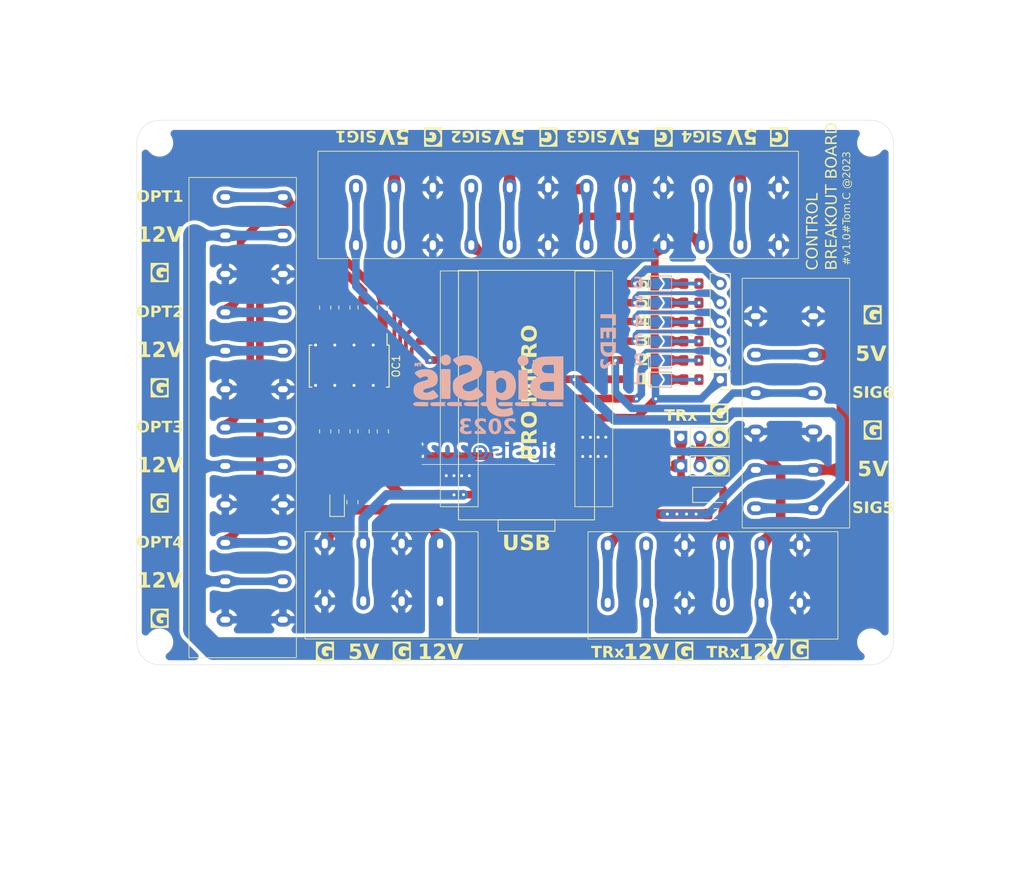
<source format=kicad_pcb>
(kicad_pcb (version 20221018) (generator pcbnew)
  (title_block (date "2023-10-11"))
  (layers (0 "F.Cu" signal) (31 "B.Cu" signal) (34 "B.Paste" user) (35 "F.Paste" user) (36 "B.SilkS" user "B.Silkscreen") (37 "F.SilkS" user "F.Silkscreen") (38 "B.Mask" user) (39 "F.Mask" user) (44 "Edge.Cuts" user))
  (net 0 "")
  (net 1 "/TRx")
  (net 2 "+12V")
  (net 3 "GND")
  (net 4 "/SPARE_IO1")
  (net 5 "/SPARE_IO2")
  (net 6 "/SPARE_IO3")
  (net 7 "/SPARE_IO4")
  (net 8 "/SPARE_IO5")
  (net 9 "/SPARE_IO6")
  (net 10 "/uC_Tx")
  (net 11 "Net-(D2-A)")
  (net 12 "Net-(D3-A)")
  (net 13 "Net-(D4-A)")
  (net 14 "Net-(D5-A)")
  (net 15 "Net-(D6-A)")
  (net 16 "Net-(D7-A)")
  (net 17 "Net-(D8-A)")
  (net 18 "/SIG_IN1")
  (net 19 "+5V")
  (net 20 "/SIG_IN2")
  (net 21 "/SIG_IN3")
  (net 22 "/SIG_IN4")
  (net 23 "/SIG_IN5")
  (net 24 "/SIG_IN6")
  (net 25 "/OPTO_IN1")
  (net 26 "/OPTO_IN2")
  (net 27 "/OPTO_IN3")
  (net 28 "/OPTO_IN4")
  (net 29 "Net-(JP1-B)")
  (net 30 "Net-(JP2-B)")
  (net 31 "Net-(JP3-B)")
  (net 32 "Net-(JP4-B)")
  (net 33 "Net-(JP5-B)")
  (net 34 "Net-(JP6-B)")
  (net 35 "Net-(OC1-Pad1)")
  (net 36 "Net-(OC1-Pad3)")
  (net 37 "Net-(OC1-Pad5)")
  (net 38 "Net-(OC1-Pad7)")
  (net 39 "/OPTO_OUT4")
  (net 40 "/OPTO_OUT3")
  (net 41 "/OPTO_OUT2")
  (net 42 "/OPTO_OUT1")
  (net 43 "unconnected-(U1B-VCC-Pad21)")
  (net 44 "unconnected-(U1B-RST-Pad22)")
  (footprint "Resistor_SMD:R_0805_2012Metric_Pad1.20x1.40mm_HandSolder" (layer "F.Cu") (at 74.892 91.132 90)
    (fp_text reference "R5" hide)
    (fp_text value "10k")
  )
  (footprint "LED_SMD:LED_0805_2012Metric_Pad1.15x1.40mm_HandSolder" (layer "F.Cu") (at 119.483 84.29)
    (fp_text reference "D2" hide)
    (fp_text value "red")
  )
  (footprint "Libraries:DB142R-5.08-12P" (layer "F.Cu") (at 56.884 57.56 90)
    (fp_text reference "J6" hide)
    (fp_text value "Conn_01x12")
  )
  (footprint "Resistor_SMD:R_0805_2012Metric_Pad1.20x1.40mm_HandSolder" (layer "F.Cu") (at 79.972 91.132 90)
    (fp_text reference "R3" hide)
    (fp_text value "10k")
  )
  (footprint "Resistor_SMD:R_0805_2012Metric_Pad1.20x1.40mm_HandSolder" (layer "F.Cu") (at 123.286 79.21 180)
    (fp_text reference "R12" hide)
    (fp_text value "1k")
  )
  (footprint "LED_SMD:LED_0805_2012Metric_Pad1.15x1.40mm_HandSolder" (layer "F.Cu") (at 119.483 81.75)
    (fp_text reference "D3" hide)
    (fp_text value "red")
  )
  (footprint "LED_SMD:LED_0805_2012Metric_Pad1.15x1.40mm_HandSolder" (layer "F.Cu") (at 119.483 74.13)
    (fp_text reference "D6" hide)
    (fp_text value "red")
  )
  (footprint "Resistor_SMD:R_0805_2012Metric_Pad1.20x1.40mm_HandSolder" (layer "F.Cu") (at 77.432 91.132 90)
    (fp_text reference "R4" hide)
    (fp_text value "10k")
  )
  (footprint "Diode_SMD:D_SOD-123" (layer "F.Cu") (at 125.82 99.53)
    (fp_text reference "D1" hide)
    (fp_text value "1N4148")
  )
  (footprint "Resistor_SMD:R_0805_2012Metric_Pad1.20x1.40mm_HandSolder" (layer "F.Cu") (at 82.512 91.132 90)
    (fp_text reference "R2" hide)
    (fp_text value "10k")
  )
  (footprint "Resistor_SMD:R_0805_2012Metric_Pad1.20x1.40mm_HandSolder" (layer "F.Cu") (at 123.286 71.59 180)
    (fp_text reference "R15" hide)
    (fp_text value "1k")
  )
  (footprint "Libraries:ProMirco-2x12-Header-A" (layer "F.Cu") (at 101.5 99.4792 180)
    (fp_text reference "U2" hide)
    (fp_text value "ProMicro")
  )
  (footprint "Resistor_SMD:R_0805_2012Metric_Pad1.20x1.40mm_HandSolder" (layer "F.Cu") (at 82.512 74.765 -90)
    (fp_text reference "R6" hide)
    (fp_text value "120")
  )
  (footprint "Libraries:DB142R-5.08-4P" (layer "F.Cu") (at 72.24 118.588 180)
    (fp_text reference "J17" hide)
    (fp_text value "Conn_01x04" hide)
  )
  (footprint "MountingHole:MountingHole_3.2mm_M3_ISO7380" (layer "F.Cu") (at 53 119)
    (fp_text reference "H3" hide)
    (fp_text value "MountingHole")
  )
  (footprint "LED_SMD:LED_0805_2012Metric_Pad1.15x1.40mm_HandSolder" (layer "F.Cu") (at 119.483 76.67)
    (fp_text reference "D5" hide)
    (fp_text value "red")
  )
  (footprint "LED_SMD:LED_0805_2012Metric_Pad1.15x1.40mm_HandSolder" (layer "F.Cu") (at 119.483 79.21)
    (fp_text reference "D4" hide)
    (fp_text value "red")
  )
  (footprint "LED_SMD:LED_0805_2012Metric_Pad1.15x1.40mm_HandSolder" (layer "F.Cu") (at 119.483 71.59)
    (fp_text reference "D7" hide)
    (fp_text value "red")
  )
  (footprint "Resistor_SMD:R_0805_2012Metric_Pad1.20x1.40mm_HandSolder" (layer "F.Cu") (at 79.972 74.765 -90)
    (fp_text reference "R7" hide)
    (fp_text value "120")
  )
  (footprint "MountingHole:MountingHole_3.2mm_M3_ISO7380" (layer "F.Cu") (at 147 53)
    (fp_text reference "H2" hide)
    (fp_text value "MountingHole")
  )
  (footprint "Resistor_SMD:R_0805_2012Metric_Pad1.20x1.40mm_HandSolder" (layer "F.Cu") (at 126.472 102.07)
    (fp_text reference "R1" hide)
    (fp_text value "4k7")
  )
  (footprint "MountingHole:MountingHole_3.2mm_M3_ISO7380" (layer "F.Cu") (at 53 53)
    (fp_text reference "H1" hide)
    (fp_text value "MountingHole")
  )
  (footprint "Resistor_SMD:R_0805_2012Metric_Pad1.20x1.40mm_HandSolder" (layer "F.Cu") (at 77.432 74.765 -90)
    (fp_text reference "R8" hide)
    (fp_text value "120")
  )
  (footprint "Resistor_SMD:R_0805_2012Metric_Pad1.20x1.40mm_HandSolder" (layer "F.Cu") (at 123.286 74.13 180)
    (fp_text reference "R14" hide)
    (fp_text value "1k")
  )
  (footprint "Connector_PinSocket_2.54mm:PinSocket_1x03_P2.54mm_Vertical" (layer "F.Cu") (at 121.882 91.91 90)
    (fp_text reference "J4" hide)
    (fp_text value "Conn_01x03_Pin")
  )
  (footprint "Resistor_SMD:R_0805_2012Metric_Pad1.20x1.40mm_HandSolder" (layer "F.Cu") (at 78.5 100.5 90)
    (fp_text reference "R16" hide)
    (fp_text value "3k3")
  )
  (footprint "Libraries:DB142R-5.08-12P" (layer "F.Cu") (at 137.436 54.09)
    (fp_text reference "J2" hide)
    (fp_text value "Conn_01x12")
  )
  (footprint "Libraries:DB142R-5.08-6P" (layer "F.Cu") (at 144.208 103.908 -90)
    (fp_text reference "J5" hide)
    (fp_text value "Conn_01x06")
  )
  (footprint "Resistor_SMD:R_0805_2012Metric_Pad1.20x1.40mm_HandSolder" (layer "F.Cu") (at 123.286 84.29 180)
    (fp_text reference "R10" hide)
    (fp_text value "1k")
  )
  (footprint "Connector_PinHeader_2.54mm:PinHeader_1x06_P2.54mm_Vertical" (layer "F.Cu") (at 127.11 84.29 180)
    (fp_text reference "J23" hide)
    (fp_text value "Conn_01x06_Socket")
  )
  (footprint "MountingHole:MountingHole_3.2mm_M3_ISO7380" (layer "F.Cu") (at 147 119)
    (fp_text reference "H4" hide)
    (fp_text value "MountingHole")
  )
  (footprint "Resistor_SMD:R_0805_2012Metric_Pad1.20x1.40mm_HandSolder" (layer "F.Cu") (at 123.286 76.67 180)
    (fp_text reference "R13" hide)
    (fp_text value "1k")
  )
  (footprint "Libraries:ProMicro-2x12-Header-B" (layer "F.Cu") (at 101.5 99.4792 180)
    (fp_text reference "U1" hide)
    (fp_text value "ProMicro")
  )
  (footprint "Package_SO:SOIC-16W_5.3x10.2mm_P1.27mm" (layer "F.Cu") (at 78.067 82.506 -90)
    (fp_text reference "OC1")
    (fp_text value "TLP293-4")
  )
  (footprint "Resistor_SMD:R_0805_2012Metric_Pad1.20x1.40mm_HandSolder" (layer "F.Cu") (at 123.286 81.75 180)
    (fp_text reference "R11" hide)
    (fp_text value "1k")
  )
  (footprint "Libraries:DB142R-5.08-6P" (layer "F.Cu") (at 109.629293 118.602707 180)
    (fp_text reference "J1" hide)
    (fp_text value "Conn_01x06")
  )
  (footprint "Resistor_SMD:R_0805_2012Metric_Pad1.20x1.40mm_HandSolder" (layer "F.Cu") (at 74.892 74.765 -90)
    (fp_text reference "R9" hide)
    (fp_text value "120")
  )
  (footprint "LED_SMD:LED_0805_2012Metric_Pad1.15x1.40mm_HandSolder" (layer "F.Cu") (at 76.468 100.525 90)
    (fp_text reference "D8" hide)
    (fp_text value "green")
  )
  (footprint "Connector_PinSocket_2.54mm:PinSocket_1x03_P2.54mm_Vertical" (layer "F.Cu") (at 121.882 95.6946 90)
    (fp_text reference "J3" hide)
    (fp_text value "Conn_01x03_Pin")
  )
  (footprint "Jumper:SolderJumper-2_P1.3mm_Open_TrianglePad1.0x1.5mm" (layer "B.Cu") (at 119.275 76.67)
    (fp_text reference "JP4" hide)
    (fp_text value "SolderJumper_2_Open")
  )
  (footprint "Jumper:SolderJumper-2_P1.3mm_Open_TrianglePad1.0x1.5mm" (layer "B.Cu") (at 119.275 79.21)
    (fp_text reference "JP3" hide)
    (fp_text value "SolderJumper_2_Open")
  )
  (footprint "Jumper:SolderJumper-2_P1.3mm_Open_TrianglePad1.0x1.5mm" (layer "B.Cu") (at 119.275 81.75)
    (fp_text reference "JP2" hide)
    (fp_text value "SolderJumper_2_Open")
  )
  (footprint "Jumper:SolderJumper-2_P1.3mm_Open_TrianglePad1.0x1.5mm" (layer "B.Cu") (at 119.275 71.59)
    (fp_text reference "JP6" hide)
    (fp_text value "SolderJumper_2_Open")
  )
  (footprint "Jumper:SolderJumper-2_P1.3mm_Open_TrianglePad1.0x1.5mm" (layer "B.Cu") (at 119.275 74.13)
    (fp_text reference "JP5" hide)
    (fp_text value "SolderJumper_2_Open")
  )
  (footprint "LOGO" (layer "B.Cu") (at 96.482 85.052 180)
    (fp_text reference "G***" hide)
    (fp_text value "LOGO" hide)
  )
  (footprint "Jumper:SolderJumper-2_P1.3mm_Open_TrianglePad1.0x1.5mm" (layer "B.Cu") (at 119.275 84.29)
    (fp_text reference "JP1" hide)
    (fp_text value "SolderJumper_2_Open")
  )
  (gr_circle (center 126.962 91.91) (end 128.039631 91.91) (stroke (width 0.4)) (fill none) (layer "F.SilkS"))
  (gr_circle (center 126.962 95.6946) (end 128.039631 95.6946) (stroke (width 0.4)) (fill none) (layer "F.SilkS"))
  (gr_line (start 50 53) (end 50 119) (stroke (width 0.05)) (layer "Edge.Cuts"))
  (gr_line (start 150 53) (end 150 119) (stroke (width 0.05)) (layer "Edge.Cuts"))
  (gr_arc (start 147 50) (mid 149.12132 50.87868) (end 150 53) (stroke (width 0.05)) (layer "Edge.Cuts"))
  (gr_arc (start 50 53) (mid 50.87868 50.87868) (end 53 50) (stroke (width 0.05)) (layer "Edge.Cuts"))
  (gr_arc (start 150 119) (mid 149.12132 121.12132) (end 147 122) (stroke (width 0.05)) (layer "Edge.Cuts"))
  (gr_line (start 53 122) (end 147 122) (stroke (width 0.05)) (layer "Edge.Cuts"))
  (gr_arc (start 53 122) (mid 50.87868 121.12132) (end 50 119) (stroke (width 0.05)) (layer "Edge.Cuts"))
  (gr_line (start 147 50) (end 53 50) (stroke (width 0.05)) (layer "Edge.Cuts"))
  (gr_text "BigSis@2023" (at 96.355 93.815) (layer "B.Cu" knockout) (effects (font (size 2 2) (thickness 0.3) bold) (justify mirror)))
  (gr_text "2" (at 116.294 81.75) (layer "B.SilkS") (effects (font (size 1.5 1.5) (thickness 0.375) bold) (justify mirror)))
  (gr_text "LED?" (at 112.484 79.21 90) (layer "B.SilkS") (effects (font (size 2 2) (thickness 0.4) bold) (justify mirror)))
  (gr_text "6" (at 116.294 71.59) (layer "B.SilkS") (effects (font (size 1.5 1.5) (thickness 0.375) bold) (justify mirror)))
  (gr_text "3" (at 116.294 79.21) (layer "B.SilkS") (effects (font (size 1.5 1.5) (thickness 0.375) bold) (justify mirror)))
  (gr_text "4" (at 116.294 76.67) (layer "B.SilkS") (effects (font (size 1.5 1.5) (thickness 0.375) bold) (justify mirror)))
  (gr_text "2023" (at 96.355 90.64) (layer "B.SilkS") (effects (font (size 2 2) (thickness 0.4) bold) (justify mirror)))
  (gr_text "1" (at 116.294 84.29) (layer "B.SilkS") (effects (font (size 1.5 1.5) (thickness 0.375) bold) (justify mirror)))
  (gr_text "5" (at 116.294 74.13) (layer "B.SilkS") (effects (font (size 1.5 1.5) (thickness 0.375) bold) (justify mirror)))
  (gr_text "12V" (at 53.048 80.48) (layer "F.SilkS") (effects (font (size 2 2) (thickness 0.4) bold)))
  (gr_text "2" (at 116.929 81.75) (layer "F.SilkS") (effects (font (size 1.5 1.5) (thickness 0.375) bold)))
  (gr_text "G" (at 122.39 120.406) (layer "F.SilkS" knockout) (effects (font (size 2 2) (thickness 0.4) bold)))
  (gr_text "SIG3" (at 109.436 52.032 180) (layer "F.SilkS") (effects (font (size 1.5 1.5) (thickness 0.375) bold)))
  (gr_text "12V" (at 90.132 120.406) (layer "F.SilkS") (effects (font (size 2 2) (thickness 0.4) bold)))
  (gr_text "G" (at 74.892 120.406) (layer "F.SilkS" knockout) (effects (font (size 2 2) (thickness 0.4) bold)))
  (gr_text "G" (at 137.63 120.152) (layer "F.SilkS" knockout) (effects (font (size 2 2) (thickness 0.4) bold)))
  (gr_text "5V" (at 147.028 80.988) (layer "F.SilkS") (effects (font (size 2 2) (thickness 0.4) bold)))
  (gr_text "G" (at 53.048 100.8) (layer "F.SilkS" knockout) (effects (font (size 2 2) (thickness 0.4) bold)))
  (gr_text "12V" (at 53.048 110.96) (layer "F.SilkS") (effects (font (size 2 2) (thickness 0.4) bold)))
  (gr_text "#v1.0#Tom.C @2023" (at 143.853 69.177 90) (layer "F.SilkS") (effects (font (size 1 1) (thickness 0.1)) (justify left)))
  (gr_text "1" (at 116.929 84.29) (layer "F.SilkS") (effects (font (size 1.5 1.5) (thickness 0.375) bold)))
  (gr_text "5V" (at 99.276 52.032 180) (layer "F.SilkS") (effects (font (size 2 2) (thickness 0.4) bold)))
  (gr_text "OPT3" (at 53.048 90.64) (layer "F.SilkS") (effects (font (size 1.5 1.5) (thickness 0.375) bold)))
  (gr_text "G" (at 85.052 120.406) (layer "F.SilkS" knockout) (effects (font (size 2 2) (thickness 0.4) bold)))
  (gr_text "USB" (at 101.5 106) (layer "F.SilkS") (effects (font (size 2 2) (thickness 0.4) bold)))
  (gr_text "PRO MICRO" (at 102 86 90) (layer "F.SilkS") (effects (font (size 2 2) (thickness 0.4) bold)))
  (gr_text "G" (at 89.116 52.032 180) (layer "F.SilkS" knockout) (effects (font (size 2 2) (thickness 0.4) bold)))
  (gr_text "12V" (at 53.048 95.72) (layer "F.SilkS") (effects (font (size 2 2) (thickness 0.4) bold)))
  (gr_text "TRx" (at 127.47 120.406) (layer "F.SilkS") (effects (font (size 1.5 1.5) (thickness 0.375) bold)))
  (gr_text "G" (at 147.282 75.908) (layer "F.SilkS" knockout) (effects (font (size 2 2) (thickness 0.4) bold)))
  (gr_text "5V" (at 147.282 96.228) (layer "F.SilkS") (effects (font (size 2 2) (thickness 0.4) bold)))
  (gr_text "4" (at 116.929 76.67) (layer "F.SilkS") (effects (font (size 1.5 1.5) (thickness 0.375) bold)))
  (gr_text "5V" (at 130.01 52.032 180) (layer "F.SilkS") (effects (font (size 2 2) (thickness 0.4) bold)))
  (gr_text "5V" (at 114.516 52.032 180) (layer "F.SilkS") (effects (font (size 2 2) (thickness 0.4) bold)))
  (gr_text "SIG1" (at 78.956 52.032 180) (layer "F.SilkS") (effects (font (size 1.5 1.5) (thickness 0.375) bold)))
  (gr_text "G" (at 134.836 52.032 180) (layer "F.SilkS" knockout) (effects (font (size 2 2) (thickness 0.4) bold)))
  (gr_text "TRx" (at 121.882 89.116) (layer "F.SilkS") (effects (font (size 1.5 1.5) (thickness 0.375) bold)))
  (gr_text "5V" (at 79.972 120.406) (layer "F.SilkS") (effects (font (size 2 2) (thickness 0.4) bold)))
  (gr_text "TRx" (at 112.23 120.406) (layer "F.SilkS") (effects (font (size 1.5 1.5) (thickness 0.375) bold)))
  (gr_text "SIG6" (at 147.282 86.068) (layer "F.SilkS") (effects (font (size 1.5 1.5) (thickness 0.375) bold)))
  (gr_text "G" (at 53.048 85.56) (layer "F.SilkS" knockout) (effects (font (size 2 2) (thickness 0.4) bold)))
  (gr_text "6" (at 116.929 71.59) (layer "F.SilkS") (effects (font (size 1.5 1.5) (thickness 0.375) bold)))
  (gr_text "G" (at 53.048 70.32) (layer "F.SilkS" knockout) (effects (font (size 2 2) (thickness 0.4) bold)))
  (gr_text "CONTROL \nBREAKOUT BOARD\n" (at 140.603 69.845836 90) (layer "F.SilkS") (effects (font (size 1.5 1.5) (thickness 0.1)) (justify left)))
  (gr_text "G" (at 53.048 116.04) (layer "F.SilkS" knockout) (effects (font (size 2 2) (thickness 0.4) bold)))
  (gr_text "G" (at 104.356 52.032 180) (layer "F.SilkS" knockout) (effects (font (size 2 2) (thickness 0.4) bold)))
  (gr_text "OPT2" (at 53.048 75.4) (layer "F.SilkS") (effects (font (size 1.5 1.5) (thickness 0.375) bold)))
  (gr_text "SIG4" (at 124.676 52.032 180) (layer "F.SilkS") (effects (font (size 1.5 1.5) (thickness 0.375) bold)))
  (gr_text "3" (at 116.929 79.21) (layer "F.SilkS") (effects (font (size 1.5 1.5) (thickness 0.375) bold)))
  (gr_text "5V" (at 84.036 52.032 180) (layer "F.SilkS") (effects (font (size 2 2) (thickness 0.4) bold)))
  (gr_text "G" (at 147.282 91.148) (layer "F.SilkS" knockout) (effects (font (size 2 2) (thickness 0.4) bold)))
  (gr_text "12V" (at 132.55 120.406) (layer "F.SilkS") (effects (font (size 2 2) (thickness 0.4) bold)))
  (gr_text "G" (at 127.0128 88.9128) (layer "F.SilkS" knockout) (effects (font (size 2 2) (thickness 0.4) bold)))
  (gr_text "12V" (at 53.048 65.24) (layer "F.SilkS") (effects (font (size 2 2) (thickness 0.4) bold)))
  (gr_text "5" (at 116.929 74.13) (layer "F.SilkS") (effects (font (size 1.5 1.5) (thickness 0.375) bold)))
  (gr_text "G" (at 119.596 52.032 180) (layer "F.SilkS" knockout) (effects (font (size 2 2) (thickness 0.4) bold)))
  (gr_text "SIG5" (at 147.282 101.308) (layer "F.SilkS") (effects (font (size 1.5 1.5) (thickness 0.375) bold)))
  (gr_text "OPT4" (at 53.048 105.88) (layer "F.SilkS") (effects (font (size 1.5 1.5) (thickness 0.375) bold)))
  (gr_text "SIG2" (at 94.196 52.032 180) (layer "F.SilkS") (effects (font (size 1.5 1.5) (thickness 0.375) bold)))
  (gr_text "OPT1" (at 53.048 60.16) (layer "F.SilkS") (effects (font (size 1.5 1.5) (thickness 0.375) bold)))
  (gr_text "12V" (at 117.31 120.406) (layer "F.SilkS") (effects (font (size 2 2) (thickness 0.4) bold)))
  (segment (start 121.64 95.72) (end 121.92 96) (width 1) (layer "F.Cu") (net 1))
  (segment (start 114.4525 103.975) (end 127.472 103.975) (width 1) (layer "F.Cu") (net 1))
  (segment (start 126.327 97.625) (end 122.39 97.625) (width 1) (layer "F.Cu") (net 1))
  (segment (start 122.39 97.625) (end 121.92 97.155) (width 1) (layer "F.Cu") (net 1))
  (segment (start 118.58 95.72) (end 121.64 95.72) (width 1) (layer "F.Cu") (net 1))
  (segment (start 117.34 96.96) (end 118.58 95.72) (width 1) (layer "F.Cu") (net 1))
  (segment (start 127.47 103.338) (end 127.47 98.768) (width 1) (layer "F.Cu") (net 1))
  (segment (start 127.472 103.34) (end 127.47 103.338) (width 1) (layer "F.Cu") (net 1))
  (segment (start 112.229293 106.182707) (end 112.244793 106.182707) (width 1) (layer "F.Cu") (net 1))
  (segment (start 121.92 97.155) (end 121.92 91.91) (width 1) (layer "F.Cu") (net 1))
  (segment (start 112.244793 106.182707) (end 114.4525 103.975) (width 1) (layer "F.Cu") (net 1))
  (segment (start 107.59 96.96) (end 117.34 96.96) (width 1) (layer "F.Cu") (net 1))
  (segment (start 127.472 106.18) (end 127.469293 106.182707) (width 1.27) (layer "F.Cu") (net 1))
  (segment (start 127.472 102.07) (end 127.472 106.18) (width 1.27) (layer "F.Cu") (net 1))
  (segment (start 127.47 98.768) (end 126.327 97.625) (width 1) (layer "F.Cu") (net 1))
  (segment (start 112.23 106.182) (end 112.23 113.802) (width 1.27) (layer "B.Cu") (net 1))
  (segment (start 127.47 106.182) (end 127.47 113.802) (width 1.27) (layer "B.Cu") (net 1))
  (segment (start 78.5 101.5) (end 86.5 101.5) (width 1.27) (layer "F.Cu") (net 2))
  (segment (start 132.549293 105.928707) (end 132.549293 106.182707) (width 1.27) (layer "F.Cu") (net 2))
  (segment (start 124.46 91.91) (end 124.46 93.815) (width 1) (layer "F.Cu") (net 2))
  (segment (start 132.55 93.815) (end 135.09 96.355) (width 1.27) (layer "F.Cu") (net 2))
  (segment (start 135.09 103.388) (end 132.549293 105.928707) (width 1.27) (layer "F.Cu") (net 2))
  (segment (start 135.09 96.355) (end 135.09 103.388) (width 1.27) (layer "F.Cu") (net 2))
  (segment (start 124.46 93.815) (end 124.46 95.72) (width 1) (layer "F.Cu") (net 2))
  (segment (start 86.5 101.5) (end 90.08 105.08) (width 1.27) (layer "F.Cu") (net 2))
  (segment (start 124.46 93.815) (end 132.55 93.815) (width 1.27) (layer "F.Cu") (net 2))
  (segment (start 60.16 65.24) (end 57.62 65.24) (width 1.27) (layer "B.Cu") (net 2))
  (segment (start 90.08 113.588) (end 90.08 119.14) (width 3) (layer "B.Cu") (net 2))
  (segment (start 132.549293 118.627293) (end 132.55 118.628) (width 1.27) (layer "B.Cu") (net 2))
  (segment (start 60.16 119.85) (end 57.62 117.31) (width 3) (layer "B.Cu") (net 2))
  (segment (start 61.684 65.24) (end 60.16 65.24) (width 1.27) (layer "B.Cu") (net 2))
  (segment (start 61.684 110.96) (end 69.304 110.96) (width 1) (layer "B.Cu") (net 2))
  (segment (start 69.304 80.48) (end 61.684 80.48) (width 1.27) (layer "B.Cu") (net 2))
  (segment (start 89.37 119.85) (end 83.068 119.85) (width 3) (layer "B.Cu") (net 2))
  (segment (start 61.684 65.24) (end 69.304 65.24) (width 1.27) (layer "B.Cu") (net 2))
  (segment (start 132.55 106.181) (end 132.55 113.801) (width 1.27) (layer "B.Cu") (net 2))
  (segment (start 132.549293 113.802707) (end 132.549293 118.627293) (width 1.27) (layer "B.Cu") (net 2))
  (segment (start 83.068 119.85) (end 60.16 119.85) (width 3) (layer "B.Cu") (net 2))
  (segment (start 57.62 80.48) (end 57.62 66.51) (width 3) (layer "B.Cu") (net 2))
  (segment (start 118.532 119.85) (end 91.958 119.85) (width 3) (layer "B.Cu") (net 2))
  (segment (start 117.31 106.182) (end 117.31 113.802) (width 1.27) (layer "B.Cu") (net 2))
  (segment (start 57.62 117.31) (end 57.62 110.96) (width 3) (layer "B.Cu") (net 2))
  (segment (start 90.08 105.968) (end 90.08 115.528) (width 3) (layer "B.Cu") (net 2))
  (segment (start 90.08 119.14) (end 89.37 119.85) (width 3) (layer "B.Cu") (net 2))
  (segment (start 61.684 80.48) (end 57.62 80.48) (width 1.27) (layer "B.Cu") (net 2))
  (segment (start 61.684 95.72) (end 57.62 95.72) (width 1.27) (layer "B.Cu") (net 2))
  (segment (start 90.08 113.588) (end 90.08 105.968) (width 3) (layer "B.Cu") (net 2))
  (segment (start 118.532 119.85) (end 131.328 119.85) (width 3) (layer "B.Cu") (net 2))
  (segment (start 131.328 119.85) (end 132.55 118.628) (width 3) (layer "B.Cu") (net 2))
  (segment (start 57.62 66.51) (end 57.62 65.24) (width 3) (layer "B.Cu") (net 2))
  (segment (start 61.684 110.96) (end 57.62 110.96) (width 1.27) (layer "B.Cu") (net 2))
  (segment (start 57.62 95.72) (end 57.62 80.48) (width 3) (layer "B.Cu") (net 2))
  (segment (start 117.31 113.802) (end 117.564 114.056) (width 1.27) (layer "B.Cu") (net 2))
  (segment (start 118.532 119.85) (end 117.309293 118.627293) (width 1.27) (layer "B.Cu") (net 2))
  (segment (start 117.309293 113.802707) (end 117.31 113.803414) (width 1.27) (layer "B.Cu") (net 2))
  (segment (start 57.62 110.96) (end 57.62 95.72) (width 3) (layer "B.Cu") (net 2))
  (segment (start 58.89 65.24) (end 57.62 66.51) (width 1.27) (layer "B.Cu") (net 2))
  (segment (start 91.958 119.85) (end 89.37 119.85) (width 3) (layer "B.Cu") (net 2))
  (segment (start 117.309293 118.627293) (end 117.309293 113.802707) (width 1.27) (layer "B.Cu") (net 2))
  (segment (start 61.684 95.72) (end 69.304 95.72) (width 1.27) (layer "B.Cu") (net 2))
  (segment (start 60.16 65.24) (end 58.89 65.24) (width 1.27) (layer "B.Cu") (net 2))
  (segment (start 109.914 91.88) (end 109.944 91.91) (width 1) (layer "F.Cu") (net 3))
  (segment (start 90.67 96.96) (end 90.864 96.96) (width 1) (layer "F.Cu") (net 3))
  (segment (start 93.658 96.96) (end 93.688 96.99) (width 1) (layer "F.Cu") (net 3))
  (segment (start 91.686 96.96) (end 91.88 96.96) (width 1) (layer "F.Cu") (net 3))
  (segment (start 109.944 94.45) (end 109.914 94.42) (width 1) (layer "F.Cu") (net 3))
  (segment (start 92.702 96.96) (end 92.896 96.96) (width 1) (layer "F.Cu") (net 3))
  (segment (start 108.898 94.42) (end 107.59 94.42) (width 1) (layer "F.Cu") (net 3))
  (segment (start 118.458 67.648) (end 119.596 66.51) (width 1) (layer "F.Cu") (net 3))
  (segment (start 89.81 96.96) (end 90.61 96.96) (width 1) (layer "F.Cu") (net 3))
  (segment (start 90.864 96.96) (end 90.894 96.99) (width 1) (layer "F.Cu") (net 3))
  (segment (start 91.88 96.96) (end 91.91 96.99) (width 1) (layer "F.Cu") (net 3))
  (segment (start 91.656 96.99) (end 91.686 96.96) (width 1) (layer "F.Cu") (net 3))
  (segment (start 90.894 96.99) (end 90.924 96.96) (width 1) (layer "F.Cu") (net 3))
  (segment (start 92.672 96.99) (end 92.702 96.96) (width 1) (layer "F.Cu") (net 3))
  (segment (start 108.928 91.91) (end 108.958 91.88) (width 1) (layer "F.Cu") (net 3))
  (segment (start 112.006 94.42) (end 111.976 94.45) (width 1) (layer "F.Cu") (net 3))
  (segment (start 92.642 96.96) (end 92.672 96.99) (width 1) (layer "F.Cu") (net 3))
  (segment (start 92.896 96.96) (end 92.926 96.99) (width 1) (layer "F.Cu") (net 3))
  (segment (start 90.924 96.96) (end 91.626 96.96) (width 1) (layer "F.Cu") (net 3))
  (segment (start 92.956 96.96) (end 93.658 96.96) (width 1) (layer "F.Cu") (net 3))
  (segment (start 109.974 91.88) (end 110.93 91.88) (width 1) (layer "F.Cu") (net 3))
  (segment (start 108.958 91.88) (end 109.914 91.88) (width 1) (layer "F.Cu") (net 3))
  (segment (start 111.946 94.42) (end 110.99 94.42) (width 1) (layer "F.Cu") (net 3))
  (segment (start 118.458 71.59) (end 118.458 67.648) (width 1) (layer "F.Cu") (net 3))
  (segment (start 110.96 94.45) (end 110.93 94.42) (width 1) (layer "F.Cu") (net 3))
  (segment (start 93.688 96.99) (end 93.718 96.96) (width 1) (layer "F.Cu") (net 3))
  (segment (start 94.674 96.96) (end 94.704 96.99) (width 1) (layer "F.Cu") (net 3))
  (segment (start 108.928 94.45) (end 108.898 94.42) (width 1) (layer "F.Cu") (net 3))
  (segment (start 91.626 96.96) (end 91.656 96.99) (width 1) (layer "F.Cu") (net 3))
  (segment (start 91.94 96.96) (end 92.642 96.96) (width 1) (layer "F.Cu") (net 3))
  (segment (start 111.976 94.45) (end 111.946 94.42) (width 1) (layer "F.Cu") (net 3))
  (segment (start 109.944 91.91) (end 109.974 91.88) (width 1) (layer "F.Cu") (net 3))
  (segment (start 93.972 96.96) (end 94.674 96.96) (width 1) (layer "F.Cu") (net 3))
  (segment (start 113.19 94.42) (end 112.006 94.42) (width 1) (layer "F.Cu") (net 3))
  (segment (start 108.898 91.88) (end 108.928 91.91) (width 1) (layer "F.Cu") (net 3))
  (segment (start 109.914 94.42) (end 108.958 94.42) (width 1) (layer "F.Cu") (net 3))
  (segment (start 110.93 94.42) (end 109.974 94.42) (width 1) (layer "F.Cu") (net 3))
  (segment (start 109.974 94.42) (end 109.944 94.45) (width 1) (layer "F.Cu") (net 3))
  (segment (start 91.91 96.99) (end 91.94 96.96) (width 1) (layer "F.Cu") (net 3))
  (segment (start 111.946 91.88) (end 111.976 91.91) (width 1) (layer "F.Cu") (net 3))
  (segment (start 110.96 91.91) (end 110.99 91.88) (width 1) (layer "F.Cu") (net 3))
  (segment (start 93.912 96.96) (end 93.942 96.99) (width 1) (layer "F.Cu") (net 3))
  (segment (start 90.64 96.99) (end 90.67 96.96) (width 1) (layer "F.Cu") (net 3))
  (segment (start 94.704 96.99) (end 94.734 96.96) (width 1) (layer "F.Cu") (net 3))
  (segment (start 94.734 96.96) (end 95.41 96.96) (width 1) (layer "F.Cu") (net 3))
  (segment (start 90.61 96.96) (end 90.64 96.99) (width 1) (layer "F.Cu") (net 3))
  (segment (start 110.99 91.88) (end 111.946 91.88) (width 1) (layer "F.Cu") (net 3))
  (segment (start 108.958 94.42) (end 108.928 94.45) (width 1) (layer "F.Cu") (net 3))
  (segment (start 76.468 103.542) (end 76.468 101.55) (width 1.27) (layer "F.Cu") (net 3))
  (segment (start 93.718 96.96) (end 93.912 96.96) (width 1) (layer "F.Cu") (net 3))
  (segment (start 110.93 91.88) (end 110.96 91.91) (width 1) (layer "F.Cu") (net 3))
  (segment (start 110.99 94.42) (end 110.96 94.45) (width 1) (layer "F.Cu") (net 3))
  (segment (start 112.006 91.88) (end 113.19 91.88) (width 1) (layer "F.Cu") (net 3))
  (segment (start 107.59 91.88) (end 108.898 91.88) (width 1) (layer "F.Cu") (net 3))
  (segment (start 74.84 105.17) (end 76.468 103.542) (width 1.27) (layer "F.Cu") (net 3))
  (segment (start 92.926 96.99) (end 92.956 96.96) (width 1) (layer "F.Cu") (net 3))
  (segment (start 93.942 96.99) (end 93.972 96.96) (width 1) (layer "F.Cu") (net 3))
  (segment (start 111.976 91.91) (end 112.006 91.88) (width 1) (layer "F.Cu") (net 3))
  (segment (start 118.458 84.29) (end 118.458 71.59) (width 1) (layer "F.Cu") (net 3))
  (via (at 81.242 79.718) (size 0.8) (drill 0.4) (layers "F.Cu" "B.Cu") (net 3))
  (via (at 73.622 79.718) (size 0.8) (drill 0.4) (layers "F.Cu" "B.Cu") (net 3))
  (via (at 110.96 94.45) (size 0.8) (drill 0.4) (layers "F.Cu" "B.Cu") (net 3))
  (via (at 90.894 96.99) (size 0.8) (drill 0.4) (layers "F.Cu" "B.Cu") (net 3))
  (via (at 78.702 85.052) (size 0.8) (drill 0.4) (layers "F.Cu" "B.Cu") (net 3))
  (via (at 78.702 79.718) (size 0.8) (drill 0.4) (layers "F.Cu" "B.Cu") (net 3))
  (via (at 93.942 96.99) (size 0.8) (drill 0.4) (layers "F.Cu" "B.Cu") (net 3))
  (via (at 108.928 94.45) (size 0.8) (drill 0.4) (layers "F.Cu" "B.Cu") (net 3))
  (via (at 92.926 96.99) (size 0.8) (drill 0.4) (layers "F.Cu" "B.Cu") (net 3))
  (via (at 108.928 91.91) (size 0.8) (drill 0.4) (layers "F.Cu" "B.Cu") (net 3))
  (via (at 111.976 94.45) (size 0.8) (drill 0.4) (layers "F.Cu" "B.Cu") (net 3))
  (via (at 81.242 85.052) (size 0.8) (drill 0.4) (layers "F.Cu" "B.Cu") (net 3))
  (via (at 109.944 91.91) (size 0.8) (drill 0.4) (layers "F.Cu" "B.Cu") (net 3))
  (via (at 73.622 85.052) (size 0.8) (drill 0.4) (layers "F.Cu" "B.Cu") (net 3))
  (via (at 109.944 94.45) (size 0.8) (drill 0.4) (layers "F.Cu" "B.Cu") (net 3))
  (via (at 91.91 96.99) (size 0.8) (drill 0.4) (layers "F.Cu" "B.Cu") (net 3))
  (via (at 76.162 79.718) (size 0.8) (drill 0.4) (layers "F.Cu" "B.Cu") (net 3))
  (via (at 76.162 85.052) (size 0.8) (drill 0.4) (layers "F.Cu" "B.Cu") (net 3))
  (via (at 111.976 91.91) (size 0.8) (drill 0.4) (layers "F.Cu" "B.Cu") (net 3))
  (via (at 110.96 91.91) (size 0.8) (drill 0.4) (layers "F.Cu" "B.Cu") (net 3))
  (segment (start 107.59 89.34) (end 113.19 89.34) (width 1) (layer "F.Cu") (net 4))
  (segment (start 113.19 89.3192) (end 116.0908 89.3192) (width 1) (layer "F.Cu") (net 4))
  (segment (start 116.0908 89.3192) (end 118.58 86.83) (width 1) (layer "F.Cu") (net 4))
  (via (at 118.58 86.83) (size 0.8) (drill 0.4) (layers "F.Cu" "B.Cu") (net 4))
  (segment (start 118.55 84.29) (end 118.55 86.8) (width 1) (layer "B.Cu") (net 4))
  (segment (start 118.55 86.8) (end 118.58 86.83) (width 1) (layer "B.Cu") (net 4))
  (segment (start 118.58 86.83) (end 124.57 86.83) (width 1) (layer "B.Cu") (net 4))
  (segment (start 124.57 86.83) (end 127.11 84.29) (width 1) (layer "B.Cu") (net 4))
  (segment (start 113.19 86.8) (end 107.59 86.8) (width 1) (layer "F.Cu") (net 5))
  (segment (start 113.2408 86.83) (end 113.19 86.7792) (width 1) (layer "F.Cu") (net 5))
  (segment (start 116.04 86.83) (end 113.2408 86.83) (width 1) (layer "F.Cu") (net 5))
  (via (at 116.04 86.83) (size 0.8) (drill 0.4) (layers "F.Cu" "B.Cu") (net 5))
  (segment (start 116.675 81.115) (end 117.31 80.48) (width 0.5) (layer "B.Cu") (net 5))
  (segment (start 125.84 80.48) (end 127.11 81.75) (width 1) (layer "B.Cu") (net 5))
  (segment (start 116.675 83.02) (end 116.675 86.195) (width 1) (layer "B.Cu") (net 5))
  (segment (start 124.295 80.48) (end 125.84 80.48) (width 1) (layer "B.Cu") (net 5))
  (segment (start 116.675 83.02) (end 116.675 81.115) (width 0.5) (layer "B.Cu") (net 5))
  (segment (start 117.31 80.48) (end 124.295 80.48) (width 0.5) (layer "B.Cu") (net 5))
  (segment (start 117.945 81.75) (end 116.675 83.02) (width 1) (layer "B.Cu") (net 5))
  (segment (start 116.675 86.195) (end 116.04 86.83) (width 1) (layer "B.Cu") (net 5))
  (segment (start 118.55 81.75) (end 117.945 81.75) (width 1) (layer "B.Cu") (net 5))
  (segment (start 107.6 79.17) (end 107.59 79.18) (width 1) (layer "F.Cu") (net 6))
  (segment (start 115.786 79.21) (end 113.2508 79.21) (width 1) (layer "F.Cu") (net 6))
  (segment (start 113.19 79.17) (end 107.6 79.17) (width 1) (layer "F.Cu") (net 6))
  (segment (start 113.2508 79.21) (end 113.19 79.1492) (width 1) (layer "F.Cu") (net 6))
  (via (at 115.786 79.21) (size 0.8) (drill 0.4) (layers "F.Cu" "B.Cu") (net 6))
  (segment (start 116.167 77.94) (end 124.295 77.94) (width 0.5) (layer "B.Cu") (net 6))
  (segment (start 115.786 79.21) (end 115.786 78.321) (width 0.5) (layer "B.Cu") (net 6))
  (segment (start 125.84 77.94) (end 127.11 79.21) (width 1) (layer "B.Cu") (net 6))
  (segment (start 124.295 77.94) (end 125.84 77.94) (width 1) (layer "B.Cu") (net 6))
  (segment (start 118.55 79.21) (end 115.786 79.21) (width 1) (layer "B.Cu") (net 6))
  (segment (start 115.786 78.321) (end 116.167 77.94) (width 0.5) (layer "B.Cu") (net 6))
  (segment (start 115.786 76.6092) (end 113.19 76.6092) (width 1) (layer "F.Cu") (net 7))
  (segment (start 113.19 76.63) (end 107.6 76.63) (width 1) (layer "F.Cu") (net 7))
  (segment (start 107.6 76.63) (end 107.59 76.64) (width 1) (layer "F.Cu") (net 7))
  (via (at 115.786 76.6092) (size 0.8) (drill 0.4) (layers "F.Cu" "B.Cu") (net 7))
  (segment (start 118.55 76.67) (end 115.8468 76.67) (width 1) (layer "B.Cu") (net 7))
  (segment (start 115.786 76.6092) (end 115.786 75.908) (width 0.5) (layer "B.Cu") (net 7))
  (segment (start 116.294 75.4) (end 124.295 75.4) (width 0.5) (layer "B.Cu") (net 7))
  (segment (start 127.11 76.67) (end 126.835 76.67) (width 1) (layer "B.Cu") (net 7))
  (segment (start 124.295 75.4) (end 125.84 75.4) (width 1) (layer "B.Cu") (net 7))
  (segment (start 115.8468 76.67) (end 115.786 76.6092) (width 1) (layer "B.Cu") (net 7))
  (segment (start 125.84 75.4) (end 127.11 76.67) (width 1) (layer "B.Cu") (net 7))
  (segment (start 115.786 75.908) (end 116.294 75.4) (width 0.5) (layer "B.Cu") (net 7))
  (segment (start 113.2508 74.13) (end 113.19 74.0692) (width 1) (layer "F.Cu") (net 8))
  (segment (start 113.18 74.1) (end 113.19 74.09) (width 1) (layer "F.Cu") (net 8))
  (segment (start 115.786 74.13) (end 113.2508 74.13) (width 1) (layer "F.Cu") (net 8))
  (segment (start 107.59 74.1) (end 113.18 74.1) (width 1) (layer "F.Cu") (net 8))
  (via (at 115.786 74.13) (size 0.8) (drill 0.4) (layers "F.Cu" "B.Cu") (net 8))
  (segment (start 118.55 74.13) (end 115.786 74.13) (width 1) (layer "B.Cu") (net 8))
  (segment (start 115.786 74.13) (end 115.786 73.368) (width 0.5) (layer "B.Cu") (net 8))
  (segment (start 116.294 72.86) (end 124.295 72.86) (width 0.5) (layer "B.Cu") (net 8))
  (segment (start 124.295 72.86) (end 125.84 72.86) (width 1) (layer "B.Cu") (net 8))
  (segment (start 125.84 72.86) (end 127.11 74.13) (width 1) (layer "B.Cu") (net 8))
  (segment (start 115.786 73.368) (end 116.294 72.86) (width 0.5) (layer "B.Cu") (net 8))
  (segment (start 113.18 71.56) (end 113.19 71.55) (width 1) (layer "F.Cu") (net 9))
  (segment (start 107.59 71.56) (end 113.18 71.56) (width 1) (layer "F.Cu") (net 9))
  (segment (start 115.786 71.59) (end 113.2508 71.59) (width 1) (layer "F.Cu") (net 9))
  (segment (start 113.2508 71.59) (end 113.19 71.5292) (width 1) (layer "F.Cu") (net 9))
  (via (at 115.786 71.59) (size 0.8) (drill 0.4) (layers "F.Cu" "B.Cu") (net 9))
  (segment (start 115.786 71.59) (end 115.786 71.209) (width 1) (layer "B.Cu") (net 9))
  (segment (start 124.93 69.685) (end 126.835 71.59) (width 1) (layer "B.Cu") (net 9))
  (segment (start 115.786 71.209) (end 117.31 69.685) (width 1) (layer "B.Cu") (net 9))
  (segment (start 118.55 71.59) (end 115.786 71.59) (width 1) (layer "B.Cu") (net 9))
  (segment (start 117.31 69.685) (end 124.93 69.685) (width 1) (layer "B.Cu") (net 9))
  (segment (start 126.835 71.59) (end 127.11 71.59) (width 1) (layer "B.Cu") (net 9))
  (segment (start 113.2408 99.53) (end 113.19 99.4792) (width 1) (layer "F.Cu") (net 10))
  (segment (start 124.422 99.53) (end 113.2408 99.53) (width 1) (layer "F.Cu") (net 10))
  (segment (start 107.59 99.5) (end 113.19 99.5) (width 1) (layer "F.Cu") (net 10))
  (segment (start 120.508 84.29) (end 122.286 84.29) (width 1) (layer "F.Cu") (net 11))
  (segment (start 122.286 81.75) (end 120.508 81.75) (width 1) (layer "F.Cu") (net 12))
  (segment (start 120.508 79.21) (end 122.286 79.21) (width 1) (layer "F.Cu") (net 13))
  (segment (start 122.286 76.67) (end 120.508 76.67) (width 1) (layer "F.Cu") (net 14))
  (segment (start 120.508 74.13) (end 122.286 74.13) (width 1) (layer "F.Cu") (net 15))
  (segment (start 122.286 71.59) (end 120.508 71.59) (width 1) (layer "F.Cu") (net 16))
  (segment (start 76.468 99.5) (end 78.5 99.5) (width 1.27) (layer "F.Cu") (net 17))
  (segment (start 95.41 81.72) (end 89.81 81.72) (width 1) (layer "F.Cu") (net 18))
  (via (at 88.735 81.75) (size 0.8) (drill 0.4) (layers "F.Cu" "B.Cu") (net 18))
  (segment (start 78.956 71.971) (end 78.956 66.51) (width 1) (layer "B.Cu") (net 18))
  (segment (start 88.735 81.75) (end 78.956 71.971) (width 1) (layer "B.Cu") (net 18))
  (segment (start 78.956 66.51) (end 78.956 58.89) (width 1) (layer "B.Cu") (net 18))
  (segment (start 82.512 92.132) (end 82.512 97.117) (width 1.27) (layer "F.Cu") (net 19))
  (segment (start 125.472 102.07) (end 102.07 102.07) (width 1.27) (layer "F.Cu") (net 19))
  (segment (start 102.07 102.07) (end 99.4792 99.4792) (width 1.27) (layer "F.Cu") (net 19))
  (segment (start 95.41 99.5) (end 89.81 99.5) (width 1) (layer "F.Cu") (net 19))
  (segment (start 114.516 58.89) (end 114.516 54.064) (width 1.27) (layer "F.Cu") (net 19))
  (segment (start 99.4792 99.4792) (end 95.41 99.4792) (width 1.27) (layer "F.Cu") (net 19))
  (segment (start 84.925 99.53) (end 89.7592 99.53) (width 1.27) (layer "F.Cu") (net 19))
  (segment (start 129.756 58.89) (end 129.756 54.064) (width 1.27) (layer "F.Cu") (net 19))
  (segment (start 99.276 58.89) (end 99.276 54.064) (width 1.27) (layer "F.Cu") (net 19))
  (segment (start 99.276 54.064) (end 114.516 54.064) (width 3) (layer "F.Cu") (net 19))
  (segment (start 84.036 54.064) (end 99.276 54.064) (width 3) (layer "F.Cu") (net 19))
  (segment (start 139.408 80.988) (end 143.98 80.988) (width 1.27) (layer "F.Cu") (net 19))
  (segment (start 143.98 80.988) (end 143.98 59.144) (width 3) (layer "F.Cu") (net 19))
  (segment (start 143.98 59.144) (end 143.472 58.636) (width 3) (layer "F.Cu") (net 19))
  (segment (start 143.98 96.228) (end 143.98 80.988) (width 3) (layer "F.Cu") (net 19))
  (segment (start 138.9 54.064) (end 143.472 58.636) (width 3) (layer "F.Cu") (net 19))
  (segment (start 129.756 54.064) (end 138.9 54.064) (width 3) (layer "F.Cu") (net 19))
  (segment (start 139.408 96.228) (end 143.98 96.228) (width 1.27) (layer "F.Cu") (net 19))
  (segment (start 114.516 54.064) (end 129.756 54.064) (width 3) (layer "F.Cu") (net 19))
  (segment (start 89.7592 99.53) (end 89.81 99.4792) (width 1.27) (layer "F.Cu") (net 19))
  (segment (start 82.512 97.117) (end 84.925 99.53) (width 1.27) (layer "F.Cu") (net 19))
  (segment (start 74.892 92.132) (end 82.512 92.132) (width 1.27) (layer "F.Cu") (net 19))
  (segment (start 84.036 58.89) (end 84.036 54.064) (width 1.27) (layer "F.Cu") (net 19))
  (via (at 91.91 99.53) (size 0.8) (drill 0.4) (layers "F.Cu" "B.Cu") (net 19))
  (via (at 123.914 102.07) (size 0.8) (drill 0.4) (layers "F.Cu" "B.Cu") (net 19))
  (via (at 93.18 99.5) (size 0.8) (drill 0.4) (layers "F.Cu" "B.Cu") (net 19))
  (via (at 122.644 102.07) (size 0.8) (drill 0.4) (layers "F.Cu" "B.Cu") (net 19))
  (via (at 121.374 102.07) (size 0.8) (drill 0.4) (layers "F.Cu" "B.Cu") (net 19))
  (via (at 120.104 102.07) (size 0.8) (drill 0.4) (layers "F.Cu" "B.Cu") (net 19))
  (segment (start 83.02 99.53) (end 79.92 102.63) (width 1.27) (layer "B.Cu") (net 19))
  (segment (start 114.516 58.89) (end 114.516 66.51) (width 1.27) (layer "B.Cu") (net 19))
  (segment (start 79.92 102.63) (end 79.92 107.19) (width 1.27) (layer "B.Cu") (net 19))
  (segment (start 125.438 102.07) (end 123.914 102.07) (width 1) (layer "B.Cu") (net 19))
  (segment (start 123.914 102.07) (end 122.644 102.07) (width 1) (layer "B.Cu") (net 19))
  (segment (start 131.28 96.228) (end 125.438 102.07) (width 1) (layer "B.Cu") (net 19))
  (segment (start 122.644 102.07) (end 121.374 102.07) (width 1) (layer "B.Cu") (net 19))
  (segment (start 121.374 102.07) (end 120.104 102.07) (width 1) (layer "B.Cu") (net 19))
  (segment (start 131.788 80.988) (end 139.408 80.988) (width 1.27) (layer "B.Cu") (net 19))
  (segment (start 91.91 99.53) (end 83.02 99.53) (width 1.27) (layer "B.Cu") (net 19))
  (segment (start 93.15 99.53) (end 91.91 99.53) (width 1.27) (layer "B.Cu") (net 19))
  (segment (start 79.92 105.968) (end 79.92 113.588) (width 1.27) (layer "B.Cu") (net 19))
  (segment (start 84.036 58.89) (end 84.036 66.51) (width 1.27) (layer "B.Cu") (net 19))
  (segment (start 129.756 58.89) (end 129.756 66.51) (width 1.27) (layer "B.Cu") (net 19))
  (segment (start 139.408 96.228) (end 131.788 96.228) (width 1.27) (layer "B.Cu") (net 19))
  (segment (start 131.788 96.228) (end 131.28 96.228) (width 1) (layer "B.Cu") (net 19))
  (segment (start 99.276 58.89) (end 99.276 66.51) (width 1.27) (layer "B.Cu") (net 19))
  (segment (start 93.18 99.5) (end 93.15 99.53) (width 1.27) (layer "B.Cu") (net 19))
  (segment (start 119.596 102.07) (end 120.104 102.07) (width 1) (layer "B.Cu") (net 19))
  (segment (start 100.8 81.6484) (end 98.2092 84.2392) (width 1) (layer "F.Cu") (net 20))
  (segment (start 100.8 72.86) (end 100.8 81.6484) (width 1) (layer "F.Cu") (net 20))
  (segment (start 94.45 66.51) (end 100.8 72.86) (width 1) (layer "F.Cu") (net 20))
  (segment (start 98.2092 84.2392) (end 95.41 84.2392) (width 1) (layer "F.Cu") (net 20))
  (segment (start 94.196 66.51) (end 94.45 66.51) (width 1) (layer "F.Cu") (net 20))
  (segment (start 89.81 84.26) (end 95.41 84.26) (width 1) (layer "F.Cu") (net 20))
  (segment (start 94.196 66.51) (end 94.196 58.89) (width 1) (layer "B.Cu") (net 20))
  (segment (start 102.07 65.24) (end 102.07 83.02) (width 1) (layer "F.Cu") (net 21))
  (segment (start 108.42 58.89) (end 102.07 65.24) (width 1) (layer "F.Cu") (net 21))
  (segment (start 95.41 86.8) (end 89.81 86.8) (width 1) (layer "F.Cu") (net 21))
  (segment (start 98.3108 86.7792) (end 95.41 86.7792) (width 1) (layer "F.Cu") (net 21))
  (segment (start 109.436 58.89) (end 108.42 58.89) (width 1) (layer "F.Cu") (net 21))
  (segment (start 102.07 83.02) (end 98.3108 86.7792) (width 1) (layer "F.Cu") (net 21))
  (segment (start 109.436 58.89) (end 109.436 66.51) (width 1) (layer "B.Cu") (net 21))
  (segment (start 98.3108 89.3192) (end 103.34 84.29) (width 1) (layer "F.Cu") (net 22))
  (segment (start 120.866 62.7) (end 124.676 66.51) (width 1) (layer "F.Cu") (net 22))
  (segment (start 103.34 71.59) (end 106.388 68.542) (width 1) (layer "F.Cu") (net 22))
  (segment (start 103.34 84.29) (end 103.34 71.59) (width 1) (layer "F.Cu") (net 22))
  (segment (start 108.928 62.7) (end 120.866 62.7) (width 1) (layer "F.Cu") (net 22))
  (segment (start 95.41 89.3192) (end 98.3108 89.3192) (width 1) (layer "F.Cu") (net 22))
  (segment (start 106.388 65.24) (end 108.928 62.7) (width 1) (layer "F.Cu") (net 22))
  (segment (start 106.388 68.542) (end 106.388 65.24) (width 1) (layer "F.Cu") (net 22))
  (segment (start 89.81 89.34) (end 95.41 89.34) (width 1) (layer "F.Cu") (net 22))
  (segment (start 124.676 66.51) (end 124.676 58.89) (width 1) (layer "B.Cu") (net 22))
  (segment (start 113.19 84.26) (end 113.16 84.26) (width 1) (layer "F.Cu") (net 23))
  (segment (start 107.755 84.26) (end 107.59 84.26) (width 1) (layer "F.Cu") (net 23))
  (segment (start 113.22 84.26) (end 107.815 84.26) (width 1) (layer "F.Cu") (net 23))
  (segment (start 107.815 84.26) (end 107.785 84.29) (width 1) (layer "F.Cu") (net 23))
  (segment (start 113.16 84.26) (end 113.246 84.29) (width 1) (layer "F.Cu") (net 23))
  (segment (start 113.246 84.29) (end 113.22 84.26) (width 1) (layer "F.Cu") (net 23))
  (segment (start 107.785 84.29) (end 107.755 84.26) (width 1) (layer "F.Cu") (net 23))
  (via (at 107.785 84.29) (size 0.8) (drill 0.4) (layers "F.Cu" "B.Cu") (net 23))
  (segment (start 107.785 84.29) (end 113.119 89.624) (width 1.27) (layer "B.Cu") (net 23))
  (segment (start 113.119 89.624) (end 127.724 89.624) (width 1.27) (layer "B.Cu") (net 23))
  (segment (start 128.74 88.608) (end 141.948 88.608) (width 1.27) (layer "B.Cu") (net 23))
  (segment (start 127.724 89.624) (end 128.74 88.608) (width 1.27) (layer "B.Cu") (net 23))
  (segment (start 142.964 89.624) (end 142.964 97.752) (width 1.27) (layer "B.Cu") (net 23))
  (segment (start 142.964 97.752) (end 139.408 101.308) (width 1.27) (layer "B.Cu") (net 23))
  (segment (start 139.408 101.308) (end 131.788 101.308) (width 1.27) (layer "B.Cu") (net 23))
  (segment (start 141.948 88.608) (end 142.964 89.624) (width 1.27) (layer "B.Cu") (net 23))
  (segment (start 113.246 81.75) (end 113.22 81.72) (width 1) (layer "F.Cu") (net 24))
  (segment (start 113.22 81.72) (end 107.59 81.72) (width 1) (layer "F.Cu") (net 24))
  (segment (start 113.19 81.72) (end 113.16 81.72) (width 1) (layer "F.Cu") (net 24))
  (segment (start 113.16 81.72) (end 113.246 81.75) (width 1) (layer "F.Cu") (net 24))
  (via (at 113.246 81.75) (size 0.8) (drill 0.4) (layers "F.Cu" "B.Cu") (net 24))
  (segment (start 131.788 86.068) (end 139.408 86.068) (width 1) (layer "B.Cu") (net 24))
  (segment (start 113.246 85.941) (end 115.405 88.1) (width 1) (layer "B.Cu") (net 24))
  (segment (start 113.246 81.75) (end 113.246 85.941) (width 1) (layer "B.Cu") (net 24))
  (segment (start 126.778 88.1) (end 128.81 86.068) (width 1) (layer "B.Cu") (net 24))
  (segment (start 115.405 88.1) (end 126.778 88.1) (width 1) (layer "B.Cu") (net 24))
  (segment (start 128.81 86.068) (end 131.788 86.068) (width 1) (layer "B.Cu") (net 24))
  (segment (start 69.304 60.16) (end 82.512 73.368) (width 1) (layer "F.Cu") (net 25))
  (segment (start 82.512 73.368) (end 82.512 73.765) (width 1) (layer "F.Cu") (net 25))
  (segment (start 69.304 60.16) (end 61.684 60.16) (width 1.27) (layer "B.Cu") (net 25))
  (segment (start 79.972 73.765) (end 79.972 72.606) (width 1) (layer "F.Cu") (net 26))
  (segment (start 79.972 72.606) (end 70.828 63.462) (width 1) (layer "F.Cu") (net 26))
  (segment (start 63.716 66.002) (end 63.716 73.368) (width 1) (layer "F.Cu") (net 26))
  (segment (start 63.716 73.368) (end 61.684 75.4) (width 1) (layer "F.Cu") (net 26))
  (segment (start 70.828 63.462) (end 66.256 63.462) (width 1) (layer "F.Cu") (net 26))
  (segment (start 66.256 63.462) (end 63.716 66.002) (width 1) (layer "F.Cu") (net 26))
  (segment (start 69.304 75.4) (end 61.684 75.4) (width 1.27) (layer "B.Cu") (net 26))
  (segment (start 72.86 67.272) (end 77.432 71.844) (width 1) (layer "F.Cu") (net 27))
  (segment (start 61.684 90.64) (end 64.986 87.338) (width 1) (layer "F.Cu") (net 27))
  (segment (start 64.986 87.338) (end 64.986 69.812) (width 1) (layer "F.Cu") (net 27))
  (segment (start 77.432 71.844) (end 77.432 73.765) (width 1) (layer "F.Cu") (net 27))
  (segment (start 64.986 69.812) (end 67.526 67.272) (width 1) (layer "F.Cu") (net 27))
  (segment (start 67.526 67.272) (end 72.86 67.272) (width 1) (layer "F.Cu") (net 27))
  (segment (start 69.304 90.64) (end 61.684 90.64) (width 1.27) (layer "B.Cu") (net 27))
  (segment (start 66.256 101.308) (end 61.684 105.88) (width 1) (layer "F.Cu") (net 28))
  (segment (start 68.034 68.542) (end 66.256 70.32) (width 1) (layer "F.Cu") (net 28))
  (segment (start 72.352 68.542) (end 68.034 68.542) (width 1) (layer "F.Cu") (net 28))
  (segment (start 66.256 70.32) (end 66.256 101.308) (width 1) (layer "F.Cu") (net 28))
  (segment (start 74.892 71.082) (end 72.352 68.542) (width 1) (layer "F.Cu") (net 28))
  (segment (start 74.892 73.765) (end 74.892 71.082) (width 1) (layer "F.Cu") (net 28))
  (segment (start 69.304 105.88) (end 61.684 105.88) (width 1.27) (layer "B.Cu") (net 28))
  (via (at 124.336201 84.259477) (size 0.8) (drill 0.4) (layers "F.Cu" "B.Cu") (net 29))
  (segment (start 120 84.29) (end 124.295 84.29) (width 0.5) (layer "B.Cu") (net 29))
  (via (at 124.295 81.75) (size 0.8) (drill 0.4) (layers "F.Cu" "B.Cu") (net 30))
  (segment (start 120 81.75) (end 124.295 81.75) (width 0.5) (layer "B.Cu") (net 30))
  (via (at 124.295 79.21) (size 0.8) (drill 0.4) (layers "F.Cu" "B.Cu") (net 31))
  (segment (start 120 79.21) (end 124.295 79.21) (width 0.5) (layer "B.Cu") (net 31))
  (via (at 124.295 76.67) (size 0.8) (drill 0.4) (layers "F.Cu" "B.Cu") (net 32))
  (segment (start 120 76.67) (end 124.295 76.67) (width 0.5) (layer "B.Cu") (net 32))
  (via (at 124.295 74.13) (size 0.8) (drill 0.4) (layers "F.Cu" "B.Cu") (net 33))
  (segment (start 120 74.13) (end 124.295 74.13) (width 0.5) (layer "B.Cu") (net 33))
  (via (at 124.295 71.59) (size 0.8) (drill 0.4) (layers "F.Cu" "B.Cu") (net 34))
  (segment (start 120 71.59) (end 124.295 71.59) (width 0.5) (layer "B.Cu") (net 34))
  (segment (start 82.512 78.956) (end 82.512 77.432) (width 0.5) (layer "F.Cu") (net 35))
  (segment (start 82.512 75.765) (end 82.512 77.432) (width 1.27) (layer "F.Cu") (net 35))
  (segment (start 79.972 75.765) (end 79.972 77.432) (width 1.27) (layer "F.Cu") (net 36))
  (segment (start 79.972 78.956) (end 79.972 77.432) (width 0.5) (layer "F.Cu") (net 36))
  (segment (start 77.432 78.956) (end 77.432 77.432) (width 0.5) (layer "F.Cu") (net 37))
  (segment (start 77.432 75.765) (end 77.432 77.432) (width 1.27) (layer "F.Cu") (net 37))
  (segment (start 74.892 75.765) (end 74.892 77.432) (width 1.27) (layer "F.Cu") (net 38))
  (segment (start 74.892 77.432) (end 74.892 78.956) (width 0.5) (layer "F.Cu") (net 38))
  (segment (start 84.036 81.496) (end 83.274 82.258) (width 0.5) (layer "F.Cu") (net 39))
  (segment (start 74.892 83.782) (end 74.892 86.056) (width 0.5) (layer "F.Cu") (net 39))
  (segment (start 83.274 82.258) (end 76.416 82.258) (width 0.5) (layer "F.Cu") (net 39))
  (segment (start 95.41 71.55) (end 89.82 71.55) (width 1) (layer "F.Cu") (net 39))
  (segment (start 76.416 82.258) (end 74.892 83.782) (width 0.5) (layer "F.Cu") (net 39))
  (segment (start 74.892 90.132) (end 74.892 87.592) (width 1.27) (layer "F.Cu") (net 39))
  (segment (start 86.606 71.56) (end 84.036 74.13) (width 0.5) (layer "F.Cu") (net 39))
  (segment (start 89.82 71.55) (end 89.81 71.56) (width 1) (layer "F.Cu") (net 39))
  (segment (start 84.036 74.13) (end 84.036 81.496) (width 0.5) (layer "F.Cu") (net 39))
  (segment (start 74.892 86.056) (end 74.892 87.592) (width 0.5) (layer "F.Cu") (net 39))
  (segment (start 86.606 71.56) (end 89.81 71.56) (width 1) (layer "F.Cu") (net 39))
  (segment (start 95.4 74.1) (end 95.41 74.09) (width 1) (layer "F.Cu") (net 40))
  (segment (start 77.432 84.29) (end 77.432 86.056) (width 0.5) (layer "F.Cu") (net 40))
  (segment (start 87.338 74.1) (end 89.81 74.1) (width 1) (layer "F.Cu") (net 40))
  (segment (start 77.432 86.056) (end 77.432 87.592) (width 0.5) (layer "F.Cu") (net 40))
  (segment (start 84.798 82.004) (end 83.782 83.02) (width 0.5) (layer "F.Cu") (net 40))
  (segment (start 83.782 83.02) (end 78.702 83.02) (width 0.5) (layer "F.Cu") (net 40))
  (segment (start 84.798 76.64) (end 84.798 82.004) (width 0.5) (layer "F.Cu") (net 40))
  (segment (start 87.338 74.1) (end 84.798 76.64) (width 0.5) (layer "F.Cu") (net 40))
  (segment (start 89.81 74.1) (end 95.4 74.1) (width 1) (layer "F.Cu") (net 40))
  (segment (start 78.702 83.02) (end 77.432 84.29) (width 0.5) (layer "F.Cu") (net 40))
  (segment (start 77.432 87.592) (end 77.432 90.132) (width 1.27) (layer "F.Cu") (net 40))
  (segment (start 80.988 83.782) (end 79.972 84.798) (width 0.5) (layer "F.Cu") (net 41))
  (segment (start 85.56 78.418) (end 85.56 82.512) (width 0.5) (layer "F.Cu") (net 41))
  (segment (start 85.56 82.512) (end 84.29 83.782) (width 0.5) (layer "F.Cu") (net 41))
  (segment (start 95.4 76.64) (end 95.41 76.63) (width 1) (layer "F.Cu") (net 41))
  (segment (start 79.972 90.132) (end 79.972 87.592) (width 1.27) (layer "F.Cu") (net 41))
  (segment (start 87.338 76.64) (end 85.56 78.418) (width 0.5) (layer "F.Cu") (net 41))
  (segment (start 84.29 83.782) (end 80.988 83.782) (width 0.5) (layer "F.Cu") (net 41))
  (segment (start 87.338 76.64) (end 89.81 76.64) (width 1) (layer "F.Cu") (net 41))
  (segment (start 79.972 84.798) (end 79.972 86.056) (width 0.5) (layer "F.Cu") (net 41))
  (segment (start 89.81 76.64) (end 95.4 76.64) (width 1) (layer "F.Cu") (net 41))
  (segment (start 79.972 86.056) (end 79.972 87.592) (width 0.5) (layer "F.Cu") (net 41))
  (segment (start 82.512 86.056) (end 82.512 87.592) (width 0.5) (layer "F.Cu") (net 42))
  (segment (start 95.4 79.18) (end 95.41 79.17) (width 1) (layer "F.Cu") (net 42))
  (segment (start 87.368 79.18) (end 87.338 79.21) (width 1) (layer "F.Cu") (net 42))
  (segment (start 82.512 85.306) (end 83.274 84.544) (width 0.5) (layer "F.Cu") (net 42))
  (segment (start 84.544 84.544) (end 86.322 82.766) (width 0.5) (layer "F.Cu") (net 42))
  (segment (start 82.512 90.132) (end 82.512 87.592) (width 1.27) (layer "F.Cu") (net 42))
  (segment (start 89.81 79.18) (end 95.4 79.18) (width 1) (layer "F.Cu") (net 42))
  (segment (start 86.322 82.766) (end 86.322 80.226) (width 0.5) (layer "F.Cu") (net 42))
  (segment (start 82.512 86.056) (end 82.512 85.306) (width 0.5) (layer "F.Cu") (net 42))
  (segment (start 86.322 80.226) (end 87.338 79.21) (width 0.5) (layer "F.Cu") (net 42))
  (segment (start 89.81 79.18) (end 87.368 79.18) (width 1) (layer "F.Cu") (net 42))
  (segment (start 83.274 84.544) (end 84.544 84.544) (width 0.5) (layer "F.Cu") (net 42))
  (segment (start 89.81 91.88) (end 95.41 91.88) (width 1) (layer "F.Cu") (net 43))
  (segment (start 95.41 94.42) (end 89.81 94.42) (width 1) (layer "F.Cu") (net 44))
  (zone (net 3) (net_name "GND") (layer "B.Cu") (connect_pads (clearance 0.5)) (min_thickness 1) (fill yes (thermal_gap 0.5) (thermal_bridge_width 1))
    (polygon (pts (xy 150 51.27) (xy 150 122) (xy 50 122) (xy 50 51.27)))
  )
)
</source>
